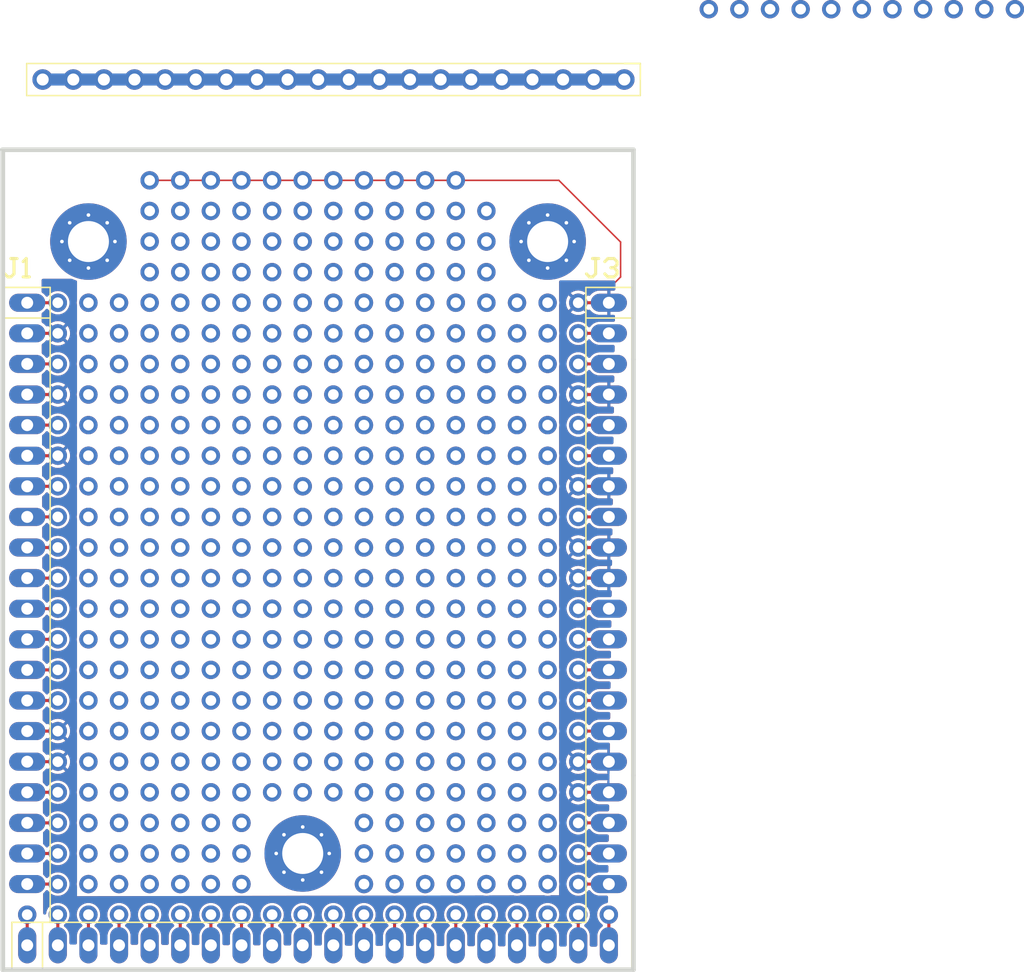
<source format=kicad_pcb>
(kicad_pcb (version 20221018) (generator pcbnew)
  (layers (0 "F.Cu" signal) (31 "B.Cu" signal) (34 "B.Paste" user) (35 "F.Paste" user) (36 "B.SilkS" user "B.Silkscreen") (37 "F.SilkS" user "F.Silkscreen") (38 "B.Mask" user) (39 "F.Mask" user) (44 "Edge.Cuts" user))
  (net 0 "")
  (net 1 "VCC")
  (net 2 "GND")
  (net 3 "Net-(J1-FILT_LP)")
  (net 5 "Net-(J1-CLKOUT)")
  (net 6 "Net-(J1-CLKIN)")
  (net 7 "GPI01")
  (net 8 "GPI02")
  (net 9 "GPI03")
  (net 10 "GPI04")
  (net 11 "RST")
  (net 12 "SCK")
  (net 13 "MISO")
  (net 14 "MOSI")
  (net 15 "PDIC")
  (net 26 "PDID")
  (net 30 "VBUS")
  (net 36 "LED1")
  (net 37 "LED2")
  (net 38 "LED3")
  (footprint "" (layer "F.Cu") (at 110.227011 -91.060846)
    (fp_text reference "")
    (fp_text value "")
  )
  (footprint "" (layer "F.Cu") (at 110.227011 -93.600846)
    (fp_text reference "")
    (fp_text value "")
  )
  (footprint "" (layer "F.Cu") (at 107.687011 -91.060846)
    (fp_text reference "")
    (fp_text value "")
  )
  (footprint "" (layer "F.Cu") (at 112.767011 -108.840846)
    (fp_text reference "")
    (fp_text value "")
  )
  (footprint "" (layer "F.Cu") (at 79.747011 -101.220846)
    (fp_text reference "")
    (fp_text value "")
  )
  (footprint "" (layer "F.Cu") (at 102.607011 -88.520846)
    (fp_text reference "")
    (fp_text value "")
  )
  (footprint "" (layer "F.Cu") (at 151.54 -128.13)
    (fp_text reference "")
    (fp_text value "")
  )
  (footprint "" (layer "F.Cu") (at 84.827011 -96.140846)
    (fp_text reference "")
    (fp_text value "")
  )
  (footprint "N76E003AT20:CONNECTED_PinHeader_1x20_P2.54mm_Vertical" (layer "F.Cu") (at 124.21 -122.29 -90)
    (fp_text reference "REF**" hide)
    (fp_text value "CONNECTED_PinHeader_1x20_P2.54mm_Vertical")
  )
  (footprint "" (layer "F.Cu") (at 82.287011 -63.120846)
    (fp_text reference "")
    (fp_text value "")
  )
  (footprint "" (layer "F.Cu") (at 102.607011 -93.600846)
    (fp_text reference "")
    (fp_text value "")
  )
  (footprint "" (layer "F.Cu") (at 117.847011 -75.820846)
    (fp_text reference "")
    (fp_text value "")
  )
  (footprint "" (layer "F.Cu") (at 107.687011 -55.500846)
    (fp_text reference "")
    (fp_text value "")
  )
  (footprint "" (layer "F.Cu") (at 115.307011 -75.820846)
    (fp_text reference "")
    (fp_text value "")
  )
  (footprint "" (layer "F.Cu") (at 115.307011 -103.760846)
    (fp_text reference "")
    (fp_text value "")
  )
  (footprint "" (layer "F.Cu") (at 79.747011 -68.200846)
    (fp_text reference "")
    (fp_text value "")
  )
  (footprint "" (layer "F.Cu") (at 84.827011 -60.580846)
    (fp_text reference "")
    (fp_text value "")
  )
  (footprint "" (layer "F.Cu") (at 105.147011 -83.440846)
    (fp_text reference "")
    (fp_text value "")
  )
  (footprint "" (layer "F.Cu") (at 112.767011 -111.380846)
    (fp_text reference "")
    (fp_text value "")
  )
  (footprint "" (layer "F.Cu") (at 82.287011 -65.660846)
    (fp_text reference "")
    (fp_text value "")
  )
  (footprint "" (layer "F.Cu") (at 94.987011 -88.520846)
    (fp_text reference "")
    (fp_text value "")
  )
  (footprint "" (layer "F.Cu") (at 100.067011 -106.300846)
    (fp_text reference "")
    (fp_text value "")
  )
  (footprint "" (layer "F.Cu") (at 100.067011 -98.680846)
    (fp_text reference "")
    (fp_text value "")
  )
  (footprint "" (layer "F.Cu") (at 117.847011 -96.140846)
    (fp_text reference "")
    (fp_text value "")
  )
  (footprint "" (layer "F.Cu") (at 79.747011 -75.820846)
    (fp_text reference "")
    (fp_text value "")
  )
  (footprint "" (layer "F.Cu") (at 105.147011 -65.660846)
    (fp_text reference "")
    (fp_text value "")
  )
  (footprint "" (layer "F.Cu") (at 112.767011 -73.280846)
    (fp_text reference "")
    (fp_text value "")
  )
  (footprint "" (layer "F.Cu") (at 92.447011 -101.220846)
    (fp_text reference "")
    (fp_text value "")
  )
  (footprint "" (layer "F.Cu") (at 105.147011 -111.380846)
    (fp_text reference "")
    (fp_text value "")
  )
  (footprint "" (layer "F.Cu") (at 89.907011 -98.680846)
    (fp_text reference "")
    (fp_text value "")
  )
  (footprint "" (layer "F.Cu") (at 79.747011 -103.760846)
    (fp_text reference "")
    (fp_text value "")
  )
  (footprint "" (layer "F.Cu") (at 89.907011 -93.600846)
    (fp_text reference "")
    (fp_text value "")
  )
  (footprint "" (layer "F.Cu") (at 94.987011 -63.120846)
    (fp_text reference "")
    (fp_text value "")
  )
  (footprint "" (layer "F.Cu") (at 133.76 -128.13)
    (fp_text reference "")
    (fp_text value "")
  )
  (footprint "" (layer "F.Cu") (at 92.447011 -78.360846)
    (fp_text reference "")
    (fp_text value "")
  )
  (footprint "" (layer "F.Cu") (at 100.067011 -85.980846)
    (fp_text reference "")
    (fp_text value "")
  )
  (footprint "" (layer "F.Cu") (at 82.287011 -68.200846)
    (fp_text reference "")
    (fp_text value "")
  )
  (footprint "" (layer "F.Cu") (at 102.607011 -63.120846)
    (fp_text reference "")
    (fp_text value "")
  )
  (footprint "" (layer "F.Cu") (at 94.987011 -85.980846)
    (fp_text reference "")
    (fp_text value "")
  )
  (footprint "" (layer "F.Cu") (at 97.527011 -103.760846)
    (fp_text reference "")
    (fp_text value "")
  )
  (footprint "" (layer "F.Cu") (at 102.607011 -55.500846)
    (fp_text reference "")
    (fp_text value "")
  )
  (footprint "" (layer "F.Cu") (at 115.307011 -65.660846)
    (fp_text reference "")
    (fp_text value "")
  )
  (footprint "" (layer "F.Cu") (at 110.227011 -58.040846)
    (fp_text reference "")
    (fp_text value "")
  )
  (footprint "" (layer "F.Cu") (at 117.847011 -91.060846)
    (fp_text reference "")
    (fp_text value "")
  )
  (footprint "" (layer "F.Cu") (at 89.907011 -78.360846)
    (fp_text reference "")
    (fp_text value "")
  )
  (footprint "" (layer "F.Cu") (at 87.367011 -60.580846)
    (fp_text reference "")
    (fp_text value "")
  )
  (footprint "" (layer "F.Cu") (at 97.527011 -63.120846)
    (fp_text reference "")
    (fp_text value "")
  )
  (footprint "" (layer "F.Cu") (at 97.527011 -108.840846)
    (fp_text reference "")
    (fp_text value "")
  )
  (footprint "" (layer "F.Cu") (at 107.687011 -58.040846)
    (fp_text reference "")
    (fp_text value "")
  )
  (footprint "" (layer "F.Cu") (at 82.287011 -60.580846)
    (fp_text reference "")
    (fp_text value "")
  )
  (footprint "" (layer "F.Cu") (at 89.907011 -70.740846)
    (fp_text reference "")
    (fp_text value "")
  )
  (footprint "" (layer "F.Cu") (at 107.687011 -88.520846)
    (fp_text reference "")
    (fp_text value "")
  )
  (footprint "" (layer "F.Cu") (at 107.687011 -106.300846)
    (fp_text reference "")
    (fp_text value "")
  )
  (footprint "" (layer "F.Cu") (at 102.607011 -80.900846)
    (fp_text reference "")
    (fp_text value "")
  )
  (footprint "" (layer "F.Cu") (at 102.607011 -101.220846)
    (fp_text reference "")
    (fp_text value "")
  )
  (footprint "" (layer "F.Cu") (at 97.527011 -96.140846)
    (fp_text reference "")
    (fp_text value "")
  )
  (footprint "" (layer "F.Cu") (at 79.747011 -60.580846)
    (fp_text reference "")
    (fp_text value "")
  )
  (footprint "" (layer "F.Cu") (at 79.747011 -55.500846)
    (fp_text reference "")
    (fp_text value "")
  )
  (footprint "" (layer "F.Cu") (at 82.287011 -55.500846)
    (fp_text reference "")
    (fp_text value "")
  )
  (footprint "" (layer "F.Cu") (at 89.907011 -83.440846)
    (fp_text reference "")
    (fp_text value "")
  )
  (footprint "" (layer "F.Cu") (at 107.687011 -85.980846)
    (fp_text reference "")
    (fp_text value "")
  )
  (footprint "" (layer "F.Cu") (at 89.907011 -85.980846)
    (fp_text reference "")
    (fp_text value "")
  )
  (footprint "" (layer "F.Cu") (at 117.847011 -85.980846)
    (fp_text reference "")
    (fp_text value "")
  )
  (footprint "" (layer "F.Cu") (at 84.827011 -111.380846)
    (fp_text reference "")
    (fp_text value "")
  )
  (footprint "" (layer "F.Cu") (at 84.827011 -101.220846)
    (fp_text reference "")
    (fp_text value "")
  )
  (footprint "" (layer "F.Cu") (at 84.827011 -70.740846)
    (fp_text reference "")
    (fp_text value "")
  )
  (footprint "" (layer "F.Cu") (at 105.147011 -106.300846)
    (fp_text reference "")
    (fp_text value "")
  )
  (footprint "" (layer "F.Cu") (at 87.367011 -63.120846)
    (fp_text reference "")
    (fp_text value "")
  )
  (footprint "" (layer "F.Cu") (at 100.067011 -103.760846)
    (fp_text reference "")
    (fp_text value "")
  )
  (footprint "" (layer "F.Cu") (at 79.747011 -70.740846)
    (fp_text reference "")
    (fp_text value "")
  )
  (footprint "" (layer "F.Cu") (at 100.067011 -93.600846)
    (fp_text reference "")
    (fp_text value "")
  )
  (footprint "" (layer "F.Cu") (at 100.067011 -63.120846)
    (fp_text reference "")
    (fp_text value "")
  )
  (footprint "" (layer "F.Cu") (at 100.067011 -96.140846)
    (fp_text reference "")
    (fp_text value "")
  )
  (footprint "" (layer "F.Cu") (at 94.987011 -83.440846)
    (fp_text reference "")
    (fp_text value "")
  )
  (footprint "" (layer "F.Cu") (at 112.767011 -63.120846)
    (fp_text reference "")
    (fp_text value "")
  )
  (footprint "" (layer "F.Cu") (at 79.747011 -85.980846)
    (fp_text reference "")
    (fp_text value "")
  )
  (footprint "" (layer "F.Cu") (at 107.687011 -83.440846)
    (fp_text reference "")
    (fp_text value "")
  )
  (footprint "" (layer "F.Cu") (at 112.767011 -91.060846)
    (fp_text reference "")
    (fp_text value "")
  )
  (footprint "" (layer "F.Cu") (at 115.307011 -91.060846)
    (fp_text reference "")
    (fp_text value "")
  )
  (footprint "" (layer "F.Cu") (at 105.147011 -63.120846)
    (fp_text reference "")
    (fp_text value "")
  )
  (footprint "" (layer "F.Cu") (at 82.287011 -93.600846)
    (fp_text reference "")
    (fp_text value "")
  )
  (footprint "" (layer "F.Cu") (at 112.767011 -80.900846)
    (fp_text reference "")
    (fp_text value "")
  )
  (footprint "" (layer "F.Cu") (at 92.447011 -55.500846)
    (fp_text reference "")
    (fp_text value "")
  )
  (footprint "" (layer "F.Cu") (at 84.827011 -108.840846)
    (fp_text reference "")
    (fp_text value "")
  )
  (footprint "" (layer "F.Cu") (at 94.987011 -91.060846)
    (fp_text reference "")
    (fp_text value "")
  )
  (footprint "" (layer "F.Cu") (at 100.067011 -113.920846)
    (fp_text reference "")
    (fp_text value "")
  )
  (footprint "" (layer "F.Cu") (at 110.227011 -78.360846)
    (fp_text reference "")
    (fp_text value "")
  )
  (footprint "" (layer "F.Cu") (at 117.847011 -55.500846)
    (fp_text reference "")
    (fp_text value "")
  )
  (footprint "" (layer "F.Cu") (at 102.607011 -73.280846)
    (fp_text reference "")
    (fp_text value "")
  )
  (footprint "" (layer "F.Cu") (at 89.907011 -103.760846)
    (fp_text reference "")
    (fp_text value "")
  )
  (footprint "" (layer "F.Cu") (at 149 -128.13)
    (fp_text reference "")
    (fp_text value "")
  )
  (footprint "" (layer "F.Cu") (at 94.987011 -96.140846)
    (fp_text reference "")
    (fp_text value "")
  )
  (footprint "" (layer "F.Cu") (at 112.767011 -83.440846)
    (fp_text reference "")
    (fp_text value "")
  )
  (footprint "" (layer "F.Cu") (at 107.687011 -103.760846)
    (fp_text reference "")
    (fp_text value "")
  )
  (footprint "" (layer "F.Cu") (at 97.527011 -65.660846)
    (fp_text reference "")
    (fp_text value "")
  )
  (footprint "" (layer "F.Cu") (at 102.607011 -60.580846)
    (fp_text reference "")
    (fp_text value "")
  )
  (footprint "" (layer "F.Cu") (at 102.607011 -106.300846)
    (fp_text reference "")
    (fp_text value "")
  )
  (footprint "" (layer "F.Cu") (at 84.827011 -80.900846)
    (fp_text reference "")
    (fp_text value "")
  )
  (footprint "" (layer "F.Cu") (at 117.847011 -68.200846)
    (fp_text reference "")
    (fp_text value "")
  )
  (footprint "" (layer "F.Cu") (at 92.447011 -73.280846)
    (fp_text reference "")
    (fp_text value "")
  )
  (footprint "" (layer "F.Cu") (at 97.527011 -68.200846)
    (fp_text reference "")
    (fp_text value "")
  )
  (footprint "" (layer "F.Cu") (at 112.767011 -58.040846)
    (fp_text reference "")
    (fp_text value "")
  )
  (footprint "" (layer "F.Cu") (at 97.527011 -93.600846)
    (fp_text reference "")
    (fp_text value "")
  )
  (footprint "" (layer "F.Cu") (at 97.527011 -85.980846)
    (fp_text reference "")
    (fp_text value "")
  )
  (footprint "" (layer "F.Cu") (at 100.067011 -68.200846)
    (fp_text reference "")
    (fp_text value "")
  )
  (footprint "" (layer "F.Cu") (at 87.367011 -108.840846)
    (fp_text reference "")
    (fp_text value "")
  )
  (footprint "" (layer "F.Cu") (at 100.067011 -88.520846)
    (fp_text reference "")
    (fp_text value "")
  )
  (footprint "" (layer "F.Cu") (at 117.847011 -93.600846)
    (fp_text reference "")
    (fp_text value "")
  )
  (footprint "" (layer "F.Cu") (at 102.607011 -83.440846)
    (fp_text reference "")
    (fp_text value "")
  )
  (footprint "" (layer "F.Cu") (at 87.367011 -103.760846)
    (fp_text reference "")
    (fp_text value "")
  )
  (footprint "" (layer "F.Cu") (at 115.307011 -93.600846)
    (fp_text reference "")
    (fp_text value "")
  )
  (footprint "" (layer "F.Cu") (at 92.447011 -88.520846)
    (fp_text reference "")
    (fp_text value "")
  )
  (footprint "" (layer "F.Cu") (at 102.607011 -85.980846)
    (fp_text reference "")
    (fp_text value "")
  )
  (footprint "" (layer "F.Cu") (at 94.987011 -101.220846)
    (fp_text reference "")
    (fp_text value "")
  )
  (footprint "" (layer "F.Cu") (at 87.367011 -101.220846)
    (fp_text reference "")
    (fp_text value "")
  )
  (footprint "" (layer "F.Cu") (at 97.527011 -83.440846)
    (fp_text reference "")
    (fp_text value "")
  )
  (footprint "" (layer "F.Cu") (at 115.307011 -101.220846)
    (fp_text reference "")
    (fp_text value "")
  )
  (footprint "" (layer "F.Cu") (at 105.147011 -113.920846)
    (fp_text reference "")
    (fp_text value "")
  )
  (footprint "" (layer "F.Cu") (at 89.907011 -106.300846)
    (fp_text reference "")
    (fp_text value "")
  )
  (footprint "" (layer "F.Cu") (at 87.367011 -106.300846)
    (fp_text reference "")
    (fp_text value "")
  )
  (footprint "" (layer "F.Cu") (at 146.46 -128.13)
    (fp_text reference "")
    (fp_text value "")
  )
  (footprint "" (layer "F.Cu") (at 84.827011 -68.200846)
    (fp_text reference "")
    (fp_text value "")
  )
  (footprint "" (layer "F.Cu") (at 105.147011 -96.140846)
    (fp_text reference "")
    (fp_text value "")
  )
  (footprint "" (layer "F.Cu") (at 107.687011 -60.580846)
    (fp_text reference "")
    (fp_text value "")
  )
  (footprint "" (layer "F.Cu") (at 92.447011 -111.380846)
    (fp_text reference "")
    (fp_text value "")
  )
  (footprint "" (layer "F.Cu") (at 92.447011 -75.820846)
    (fp_text reference "")
    (fp_text value "")
  )
  (footprint "" (layer "F.Cu") (at 82.287011 -85.980846)
    (fp_text reference "")
    (fp_text value "")
  )
  (footprint "" (layer "F.Cu") (at 110.227011 -111.380846)
    (fp_text reference "")
    (fp_text value "")
  )
  (footprint "" (layer "F.Cu") (at 79.747011 -83.440846)
    (fp_text reference "")
    (fp_text value "")
  )
  (footprint "" (layer "F.Cu") (at 107.687011 -78.360846)
    (fp_text reference "")
    (fp_text value "")
  )
  (footprint "" (layer "F.Cu") (at 87.367011 -80.900846)
    (fp_text reference "")
    (fp_text value "")
  )
  (footprint "" (layer "F.Cu") (at 82.287011 -103.760846)
    (fp_text reference "")
    (fp_text value "")
  )
  (footprint "" (layer "F.Cu") (at 82.287011 -91.060846)
    (fp_text reference "")
    (fp_text value "")
  )
  (footprint "" (layer "F.Cu") (at 94.987011 -65.660846)
    (fp_text reference "")
    (fp_text value "")
  )
  (footprint "" (layer "F.Cu") (at 115.307011 -63.120846)
    (fp_text reference "")
    (fp_text value "")
  )
  (footprint "" (layer "F.Cu") (at 92.447011 -91.060846)
    (fp_text reference "")
    (fp_text value "")
  )
  (footprint "" (layer "F.Cu") (at 110.227011 -75.820846)
    (fp_text reference "")
    (fp_text value "")
  )
  (footprint "" (layer "F.Cu") (at 107.687011 -80.900846)
    (fp_text reference "")
    (fp_text value "")
  )
  (footprint "" (layer "F.Cu") (at 112.767011 -65.660846)
    (fp_text reference "")
    (fp_text value "")
  )
  (footprint "" (layer "F.Cu") (at 110.227011 -73.280846)
    (fp_text reference "")
    (fp_text value "")
  )
  (footprint "" (layer "F.Cu") (at 87.367011 -58.040846)
    (fp_text reference "")
    (fp_text value "")
  )
  (footprint "" (layer "F.Cu") (at 84.827011 -93.600846)
    (fp_text reference "")
    (fp_text value "")
  )
  (footprint "" (layer "F.Cu") (at 112.767011 -60.580846)
    (fp_text reference "")
    (fp_text value "")
  )
  (footprint "" (layer "F.Cu") (at 110.227011 -68.200846)
    (fp_text reference "")
    (fp_text value "")
  )
  (footprint "" (layer "F.Cu") (at 107.687011 -65.660846)
    (fp_text reference "")
    (fp_text value "")
  )
  (footprint "" (layer "F.Cu") (at 84.827011 -106.300846)
    (fp_text reference "")
    (fp_text value "")
  )
  (footprint "" (layer "F.Cu") (at 84.827011 -78.360846)
    (fp_text reference "")
    (fp_text value "")
  )
  (footprint "" (layer "F.Cu") (at 84.827011 -88.520846)
    (fp_text reference "")
    (fp_text value "")
  )
  (footprint "" (layer "F.Cu") (at 97.527011 -80.900846)
    (fp_text reference "")
    (fp_text value "")
  )
  (footprint "" (layer "F.Cu") (at 105.147011 -88.520846)
    (fp_text reference "")
    (fp_text value "")
  )
  (footprint "" (layer "F.Cu") (at 100.067011 -78.360846)
    (fp_text reference "")
    (fp_text value "")
  )
  (footprint "" (layer "F.Cu") (at 110.227011 -85.980846)
    (fp_text reference "")
    (fp_text value "")
  )
  (footprint "" (layer "F.Cu") (at 92.447011 -65.660846)
    (fp_text reference "")
    (fp_text value "")
  )
  (footprint "" (layer "F.Cu") (at 89.907011 -96.140846)
    (fp_text reference "")
    (fp_text value "")
  )
  (footprint "" (layer "F.Cu") (at 102.607011 -108.840846)
    (fp_text reference "")
    (fp_text value "")
  )
  (footprint "" (layer "F.Cu") (at 112.767011 -88.520846)
    (fp_text reference "")
    (fp_text value "")
  )
  (footprint "" (layer "F.Cu") (at 92.447011 -96.140846)
    (fp_text reference "")
    (fp_text value "")
  )
  (footprint "" (layer "F.Cu") (at 84.827011 -103.760846)
    (fp_text reference "")
    (fp_text value "")
  )
  (footprint "" (layer "F.Cu") (at 97.527011 -91.060846)
    (fp_text reference "")
    (fp_text value "")
  )
  (footprint "" (layer "F.Cu") (at 110.227011 -96.140846)
    (fp_text reference "")
    (fp_text value "")
  )
  (footprint "" (layer "F.Cu") (at 143.92 -128.13)
    (fp_text reference "")
    (fp_text value "")
  )
  (footprint "" (layer "F.Cu") (at 89.907011 -113.920846)
    (fp_text reference "")
    (fp_text value "")
  )
  (footprint "" (layer "F.Cu") (at 117.847011 -83.440846)
    (fp_text reference "")
    (fp_text value "")
  )
  (footprint "" (layer "F.Cu") (at 105.147011 -55.500846)
    (fp_text reference "")
    (fp_text value "")
  )
  (footprint "" (layer "F.Cu") (at 87.367011 -85.980846)
    (fp_text reference "")
    (fp_text value "")
  )
  (footprint "" (layer "F.Cu") (at 84.827011 -113.920846)
    (fp_text reference "")
    (fp_text value "")
  )
  (footprint "" (layer "F.Cu") (at 89.907011 -88.520846)
    (fp_text reference "")
    (fp_text value "")
  )
  (footprint "" (layer "F.Cu") (at 94.987011 -93.600846)
    (fp_text reference "")
    (fp_text value "")
  )
  (footprint "" (layer "F.Cu") (at 97.527011 -73.280846)
    (fp_text reference "")
    (fp_text value "")
  )
  (footprint "" (layer "F.Cu") (at 89.907011 -58.040846)
    (fp_text reference "")
    (fp_text value "")
  )
  (footprint "" (layer "F.Cu") (at 79.747011 -96.140846)
    (fp_text reference "")
    (fp_text value "")
  )
  (footprint "" (layer "F.Cu") (at 87.367011 -91.060846)
    (fp_text reference "")
    (fp_text value "")
  )
  (footprint "" (layer "F.Cu") (at 87.367011 -55.500846)
    (fp_text reference "")
    (fp_text value "")
  )
  (footprint "" (layer "F.Cu") (at 131.22 -128.13)
    (fp_text reference "")
    (fp_text value "")
  )
  (footprint "" (layer "F.Cu") (at 97.527011 -88.520846)
    (fp_text reference "")
    (fp_text value "")
  )
  (footprint "" (layer "F.Cu") (at 117.847011 -78.360846)
    (fp_text reference "")
    (fp_text value "")
  )
  (footprint "" (layer "F.Cu") (at 97.527011 -113.920846)
    (fp_text reference "")
    (fp_text value "")
  )
  (footprint "" (layer "F.Cu") (at 102.607011 -113.920846)
    (fp_text reference "")
    (fp_text value "")
  )
  (footprint "" (layer "F.Cu") (at 107.687011 -70.740846)
    (fp_text reference "")
    (fp_text value "")
  )
  (footprint "" (layer "F.Cu") (at 117.847011 -65.660846)
    (fp_text reference "")
    (fp_text value "")
  )
  (footprint "" (layer "F.Cu") (at 82.287011 -96.140846)
    (fp_text reference "")
    (fp_text value "")
  )
  (footprint "" (layer "F.Cu") (at 107.687011 -101.220846)
    (fp_text reference "")
    (fp_text value "")
  )
  (footprint "" (layer "F.Cu") (at 94.987011 -111.380846)
    (fp_text reference "")
    (fp_text value "")
  )
  (footprint "" (layer "F.Cu") (at 92.447011 -58.040846)
    (fp_text reference "")
    (fp_text value "")
  )
  (footprint "" (layer "F.Cu") (at 102.607011 -58.040846)
    (fp_text reference "")
    (fp_text value "")
  )
  (footprint "" (layer "F.Cu") (at 102.607011 -78.360846)
    (fp_text reference "")
    (fp_text value "")
  )
  (footprint "" (layer "F.Cu") (at 107.687011 -93.600846)
    (fp_text reference "")
    (fp_text value "")
  )
  (footprint "" (layer "F.Cu") (at 94.987011 -68.200846)
    (fp_text reference "")
    (fp_text value "")
  )
  (footprint "" (layer "F.Cu") (at 79.747011 -58.040846)
    (fp_text reference "")
    (fp_text value "")
  )
  (footprint "" (layer "F.Cu") (at 107.687011 -111.380846)
    (fp_text reference "")
    (fp_text value "")
  )
  (footprint "" (layer "F.Cu") (at 100.067011 -73.280846)
    (fp_text reference "")
    (fp_text value "")
  )
  (footprint "" (layer "F.Cu") (at 82.287011 -78.360846)
    (fp_text reference "")
    (fp_text value "")
  )
  (footprint "" (layer "F.Cu") (at 154.08 -128.13)
    (fp_text reference "")
    (fp_text value "")
  )
  (footprint "" (layer "F.Cu") (at 117.847011 -103.760846)
    (fp_text reference "")
    (fp_text value "")
  )
  (footprint "" (layer "F.Cu") (at 84.827011 -91.060846)
    (fp_text reference "")
    (fp_text value "")
  )
  (footprint "" (layer "F.Cu") (at 102.607011 -111.380846)
    (fp_text reference "")
    (fp_text value "")
  )
  (footprint "" (layer "F.Cu") (at 102.607011 -96.140846)
    (fp_text reference "")
    (fp_text value "")
  )
  (footprint "" (layer "F.Cu") (at 100.067011 -75.820846)
    (fp_text reference "")
    (fp_text value "")
  )
  (footprint "" (layer "F.Cu") (at 115.307011 -80.900846)
    (fp_text reference "")
    (fp_text value "")
  )
  (footprint "" (layer "F.Cu") (at 92.447011 -106.300846)
    (fp_text reference "")
    (fp_text value "")
  )
  (footprint "" (layer "F.Cu") (at 92.447011 -108.840846)
    (fp_text reference "")
    (fp_text value "")
  )
  (footprint "" (layer "F.Cu") (at 110.227011 -88.520846)
    (fp_text reference "")
    (fp_text value "")
  )
  (footprint "" (layer "F.Cu") (at 115.307011 -88.520846)
    (fp_text reference "")
    (fp_text value "")
  )
  (footprint "" (layer "F.Cu") (at 115.307011 -60.580846)
    (fp_text reference "")
    (fp_text value "")
  )
  (footprint "" (layer "F.Cu") (at 107.687011 -108.840846)
    (fp_text reference "")
    (fp_text value "")
  )
  (footprint "" (layer "F.Cu") (at 110.227011 -113.920846)
    (fp_text reference "")
    (fp_text value "")
  )
  (footprint "" (layer "F.Cu") (at 105.147011 -58.040846)
    (fp_text reference "")
    (fp_text value "")
  )
  (footprint "" (layer "F.Cu") (at 89.907011 -68.200846)
    (fp_text reference "")
    (fp_text value "")
  )
  (footprint "" (layer "F.Cu") (at 87.367011 -96.140846)
    (fp_text reference "")
    (fp_text value "")
  )
  (footprint "" (layer "F.Cu") (at 115.307011 -85.980846)
    (fp_text reference "")
    (fp_text value "")
  )
  (footprint "" (layer "F.Cu") (at 97.527011 -98.680846)
    (fp_text reference "")
    (fp_text value "")
  )
  (footprint "" (layer "F.Cu") (at 100.067011 -101.220846)
    (fp_text reference "")
    (fp_text value "")
  )
  (footprint "" (layer "F.Cu") (at 110.227011 -101.220846)
    (fp_text reference "")
    (fp_text value "")
  )
  (footprint "" (layer "F.Cu") (at 112.767011 -70.740846)
    (fp_text reference "")
    (fp_text value "")
  )
  (footprint "" (layer "F.Cu") (at 92.447011 -80.900846)
    (fp_text reference "")
    (fp_text value "")
  )
  (footprint "" (layer "F.Cu") (at 92.447011 -98.680846)
    (fp_text reference "")
    (fp_text value "")
  )
  (footprint "" (layer "F.Cu") (at 87.367011 -75.820846)
    (fp_text reference "")
    (fp_text value "")
  )
  (footprint "" (layer "F.Cu") (at 105.147011 -98.680846)
    (fp_text reference "")
    (fp_text value "")
  )
  (footprint "" (layer "F.Cu") (at 94.987011 -103.760846)
    (fp_text reference "")
    (fp_text value "")
  )
  (footprint "" (layer "F.Cu") (at 112.767011 -103.760846)
    (fp_text reference "")
    (fp_text value "")
  )
  (footprint "" (layer "F.Cu") (at 100.067011 -80.900846)
    (fp_text reference "")
    (fp_text value "")
  )
  (footprint "" (layer "F.Cu") (at 100.067011 -111.380846)
    (fp_text reference "")
    (fp_text value "")
  )
  (footprint "" (layer "F.Cu") (at 84.827011 -63.120846)
    (fp_text reference "")
    (fp_text value "")
  )
  (footprint "" (layer "F.Cu") (at 110.227011 -108.840846)
    (fp_text reference "")
    (fp_text value "")
  )
  (footprint "" (layer "F.Cu") (at 79.747011 -91.060846)
    (fp_text reference "")
    (fp_text value "")
  )
  (footprint "" (layer "F.Cu") (at 110.227011 -65.660846)
    (fp_text reference "")
    (fp_text value "")
  )
  (footprint "" (layer "F.Cu") (at 92.447011 -68.200846)
    (fp_text reference "")
    (fp_text value "")
  )
  (footprint "" (layer "F.Cu") (at 110.227011 -83.440846)
    (fp_text reference "")
    (fp_text value "")
  )
  (footprint "" (layer "F.Cu") (at 87.367011 -73.280846)
    (fp_text reference "")
    (fp_text value "")
  )
  (footprint "" (layer "F.Cu") (at 87.367011 -113.920846)
    (fp_text reference "")
    (fp_text value "")
  )
  (footprint "" (layer "F.Cu") (at 110.227011 -80.900846)
    (fp_text reference "")
    (fp_text value "")
  )
  (footprint "" (layer "F.Cu") (at 115.307011 -78.360846)
    (fp_text reference "")
    (fp_text value "")
  )
  (footprint "" (layer "F.Cu") (at 105.147011 -75.820846)
    (fp_text reference "")
    (fp_text value "")
  )
  (footprint "" (layer "F.Cu") (at 94.987011 -80.900846)
    (fp_text reference "")
    (fp_text value "")
  )
  (footprint "" (layer "F.Cu") (at 94.987011 -70.740846)
    (fp_text reference "")
    (fp_text value "")
  )
  (footprint "" (layer "F.Cu") (at 105.147011 -70.740846)
    (fp_text reference "")
    (fp_text value "")
  )
  (footprint "" (layer "F.Cu") (at 87.367011 -98.680846)
    (fp_text reference "")
    (fp_text value "")
  )
  (footprint "" (layer "F.Cu") (at 117.847011 -88.520846)
    (fp_text reference "")
    (fp_text value "")
  )
  (footprint "" (layer "F.Cu") (at 92.447011 -63.120846)
    (fp_text reference "")
    (fp_text value "")
  )
  (footprint "" (layer "F.Cu") (at 79.747011 -80.900846)
    (fp_text reference "")
    (fp_text value "")
  )
  (footprint "" (layer "F.Cu") (at 102.607011 -75.820846)
    (fp_text reference "")
    (fp_text value "")
  )
  (footprint "" (layer "F.Cu") (at 92.447011 -83.440846)
    (fp_text reference "")
    (fp_text value "")
  )
  (footprint "" (layer "F.Cu") (at 82.287011 -73.280846)
    (fp_text reference "")
    (fp_text value "")
  )
  (footprint "" (layer "F.Cu") (at 115.307011 -96.140846)
    (fp_text reference "")
    (fp_text value "")
  )
  (footprint "" (layer "F.Cu") (at 79.747011 -78.360846)
    (fp_text reference "")
    (fp_text value "")
  )
  (footprint "" (layer "F.Cu") (at 107.687011 -113.920846)
    (fp_text reference "")
    (fp_text value "")
  )
  (footprint "" (layer "F.Cu") (at 94.987011 -106.300846)
    (fp_text reference "")
    (fp_text value "")
  )
  (footprint "" (layer "F.Cu") (at 79.747011 -73.280846)
    (fp_text reference "")
    (fp_text value "")
  )
  (footprint "" (layer "F.Cu") (at 110.227011 -55.500846)
    (fp_text reference "")
    (fp_text value "")
  )
  (footprint "" (layer "F.Cu") (at 79.747011 -88.520846)
    (fp_text reference "")
    (fp_text value "")
  )
  (footprint "" (layer "F.Cu") (at 89.907011 -65.660846)
    (fp_text reference "")
    (fp_text value "")
  )
  (footprint "" (layer "F.Cu") (at 117.847011 -98.680846)
    (fp_text reference "")
    (fp_text value "")
  )
  (footprint "" (layer "F.Cu") (at 105.147011 -85.980846)
    (fp_text reference "")
    (fp_text value "")
  )
  (footprint "" (layer "F.Cu") (at 97.527011 -78.360846)
    (fp_text reference "")
    (fp_text value "")
  )
  (footprint "" (layer "F.Cu") (at 87.367011 -88.520846)
    (fp_text reference "")
    (fp_text value "")
  )
  (footprint "" (layer "F.Cu") (at 87.367011 -65.660846)
    (fp_text reference "")
    (fp_text value "")
  )
  (footprint "" (layer "F.Cu") (at 112.767011 -101.220846)
    (fp_text reference "")
    (fp_text value "")
  )
  (footprint "" (layer "F.Cu") (at 156.62 -128.13)
    (fp_text reference "")
    (fp_text value "")
  )
  (footprint "" (layer "F.Cu") (at 115.307011 -83.440846)
    (fp_text reference "")
    (fp_text value "")
  )
  (footprint "" (layer "F.Cu") (at 117.847011 -58.040846)
    (fp_text reference "")
    (fp_text value "")
  )
  (footprint "" (layer "F.Cu") (at 97.527011 -106.300846)
    (fp_text reference "")
    (fp_text value "")
  )
  (footprint "" (layer "F.Cu") (at 112.767011 -78.360846)
    (fp_text reference "")
    (fp_text value "")
  )
  (footprint "" (layer "F.Cu") (at 110.227011 -63.120846)
    (fp_text reference "")
    (fp_text value "")
  )
  (footprint "" (layer "F.Cu") (at 107.687011 -96.140846)
    (fp_text reference "")
    (fp_text value "")
  )
  (footprint "" (layer "F.Cu") (at 102.607011 -103.760846)
    (fp_text reference "")
    (fp_text value "")
  )
  (footprint "" (layer "F.Cu") (at 105.147011 -108.840846)
    (fp_text reference "")
    (fp_text value "")
  )
  (footprint "" (layer "F.Cu") (at 115.307011 -70.740846)
    (fp_text reference "")
    (fp_text value "")
  )
  (footprint "" (layer "F.Cu") (at 115.307011 -55.500846)
    (fp_text reference "")
    (fp_text value "")
  )
  (footprint "" (layer "F.Cu") (at 89.907011 -73.280846)
    (fp_text reference "")
    (fp_text value "")
  )
  (footprint "" (layer "F.Cu") (at 84.827011 -83.440846)
    (fp_text reference "")
    (fp_text value "")
  )
  (footprint "" (layer "F.Cu") (at 94.987011 -108.840846)
    (fp_text reference "")
    (fp_text value "")
  )
  (footprint "" (layer "F.Cu") (at 100.067011 -91.060846)
    (fp_text reference "")
    (fp_text value "")
  )
  (footprint "" (layer "F.Cu") (at 100.067011 -83.440846)
    (fp_text reference "")
    (fp_text value "")
  )
  (footprint "" (layer "F.Cu") (at 89.907011 -80.900846)
    (fp_text reference "")
    (fp_text value "")
  )
  (footprint "" (layer "F.Cu") (at 102.607011 -65.660846)
    (fp_text reference "")
    (fp_text value "")
  )
  (footprint "" (layer "F.Cu") (at 110.227011 -106.300846)
    (fp_text reference "")
    (fp_text value "")
  )
  (footprint "" (layer "F.Cu") (at 87.367011 -111.380846)
    (fp_text reference "")
    (fp_text value "")
  )
  (footprint "" (layer "F.Cu") (at 79.747011 -98.680846)
    (fp_text reference "")
    (fp_text value "")
  )
  (footprint "" (layer "F.Cu") (at 92.447011 -85.980846)
    (fp_text reference "")
    (fp_text value "")
  )
  (footprint "" (layer "F.Cu") (at 110.227011 -98.680846)
    (fp_text reference "")
    (fp_text value "")
  )
  (footprint "" (layer "F.Cu") (at 84.827011 -75.820846)
    (fp_text reference "")
    (fp_text value "")
  )
  (footprint "" (layer "F.Cu") (at 110.227011 -70.740846)
    (fp_text reference "")
    (fp_text value "")
  )
  (footprint "" (layer "F.Cu") (at 105.147011 -103.760846)
    (fp_text reference "")
    (fp_text value "")
  )
  (footprint "" (layer "F.Cu") (at 107.687011 -73.280846)
    (fp_text reference "")
    (fp_text value "")
  )
  (footprint "" (layer "F.Cu") (at 100.067011 -108.840846)
    (fp_text reference "")
    (fp_text value "")
  )
  (footprint "" (layer "F.Cu") (at 115.307011 -73.280846)
    (fp_text reference "")
    (fp_text value "")
  )
  (footprint "" (layer "F.Cu") (at 82.287011 -80.900846)
    (fp_text reference "")
    (fp_text value "")
  )
  (footprint "" (layer "F.Cu") (at 82.287011 -88.520846)
    (fp_text reference "")
    (fp_text value "")
  )
  (footprint "" (layer "F.Cu") (at 112.767011 -75.820846)
    (fp_text reference "")
    (fp_text value "")
  )
  (footprint "" (layer "F.Cu") (at 82.287011 -83.440846)
    (fp_text reference "")
    (fp_text value "")
  )
  (footprint "" (layer "F.Cu") (at 105.147011 -78.360846)
    (fp_text reference "")
    (fp_text value "")
  )
  (footprint "" (layer "F.Cu") (at 112.767011 -93.600846)
    (fp_text reference "")
    (fp_text value "")
  )
  (footprint "" (layer "F.Cu") (at 84.827011 -55.500846)
    (fp_text reference "")
    (fp_text value "")
  )
  (footprint "" (layer "F.Cu") (at 84.827011 -58.040846)
    (fp_text reference "")
    (fp_text value "")
  )
  (footprint "" (layer "F.Cu") (at 84.827011 -98.680846)
    (fp_text reference "")
    (fp_text value "")
  )
  (footprint "" (layer "F.Cu") (at 112.767011 -85.980846)
    (fp_text reference "")
    (fp_text value "")
  )
  (footprint "" (layer "F.Cu") (at 92.447011 -70.740846)
    (fp_text reference "")
    (fp_text value "")
  )
  (footprint "" (layer "F.Cu") (at 89.907011 -108.840846)
    (fp_text reference "")
    (fp_text value "")
  )
  (footprint "" (layer "F.Cu") (at 87.367011 -83.440846)
    (fp_text reference "")
    (fp_text value "")
  )
  (footprint "" (layer "F.Cu") (at 100.067011 -65.660846)
    (fp_text reference "")
    (fp_text value "")
  )
  (footprint "" (layer "F.Cu") (at 87.367011 -70.740846)
    (fp_text reference "")
    (fp_text value "")
  )
  (footprint "" (layer "F.Cu") (at 102.607011 -91.060846)
    (fp_text reference "")
    (fp_text value "")
  )
  (footprint "" (layer "F.Cu") (at 97.527011 -70.740846)
    (fp_text reference "")
    (fp_text value "")
  )
  (footprint "" (layer "F.Cu") (at 112.767011 -68.200846)
    (fp_text reference "")
    (fp_text value "")
  )
  (footprint "" (layer "F.Cu") (at 87.367011 -78.360846)
    (fp_text reference "")
    (fp_text value "")
  )
  (footprint "" (layer "F.Cu") (at 112.767011 -98.680846)
    (fp_text reference "")
    (fp_text value "")
  )
  (footprint "" (layer "F.Cu") (at 87.367011 -93.600846)
    (fp_text reference "")
    (fp_text value "")
  )
  (footprint "" (layer "F.Cu") (at 117.847011 -60.580846)
    (fp_text reference "")
    (fp_text value "")
  )
  (footprint "" (layer "F.Cu") (at 117.847011 -70.740846)
    (fp_text reference "")
    (fp_text value "")
  )
  (footprint "" (layer "F.Cu") (at 82.287011 -70.740846)
    (fp_text reference "")
    (fp_text value "")
  )
  (footprint "" (layer "F.Cu") (at 92.447011 -93.600846)
    (fp_text reference "")
    (fp_text value "")
  )
  (footprint "" (layer "F.Cu") (at 89.907011 -75.820846)
    (fp_text reference "")
    (fp_text value "")
  )
  (footprint "" (layer "F.Cu") (at 79.747011 -65.660846)
    (fp_text reference "")
    (fp_text value "")
  )
  (footprint "" (layer "F.Cu") (at 115.307011 -68.200846)
    (fp_text reference "")
    (fp_text value "")
  )
  (footprint "" (layer "F.Cu") (at 117.847011 -80.900846)
    (fp_text reference "")
    (fp_text value "")
  )
  (footprint "" (layer "F.Cu") (at 89.907011 -55.500846)
    (fp_text reference "")
    (fp_text value "")
  )
  (footprint "" (layer "F.Cu") (at 94.987011 -113.920846)
    (fp_text reference "")
    (fp_text value "")
  )
  (footprint "" (layer "F.Cu") (at 105.147011 -73.280846)
    (fp_text reference "")
    (fp_text value "")
  )
  (footprint "" (layer "F.Cu") (at 115.307011 -58.040846)
    (fp_text reference "")
    (fp_text value "")
  )
  (footprint "" (layer "F.Cu") (at 105.147011 -101.220846)
    (fp_text reference "")
    (fp_text value "")
  )
  (footprint "" (layer "F.Cu") (at 110.227011 -60.580846)
    (fp_text reference "")
    (fp_text value "")
  )
  (footprint "" (layer "F.Cu") (at 84.827011 -73.280846)
    (fp_text reference "")
    (fp_text value "")
  )
  (footprint "" (layer "F.Cu") (at 107.687011 -98.680846)
    (fp_text reference "")
    (fp_text value "")
  )
  (footprint "" (layer "F.Cu") (at 92.447011 -113.920846)
    (fp_text reference "")
    (fp_text value "")
  )
  (footprint "" (layer "F.Cu") (at 84.827011 -85.980846)
    (fp_text reference "")
    (fp_text value "")
  )
  (footprint "" (layer "F.Cu") (at 79.747011 -63.120846)
    (fp_text reference "")
    (fp_text value "")
  )
  (footprint "" (layer "F.Cu") (at 102.607011 -98.680846)
    (fp_text reference "")
    (fp_text value "")
  )
  (footprint "" (layer "F.Cu") (at 87.367011 -68.200846)
    (fp_text reference "")
    (fp_text value "")
  )
  (footprint "" (layer "F.Cu") (at 107.687011 -75.820846)
    (fp_text reference "")
    (fp_text value "")
  )
  (footprint "" (layer "F.Cu") (at 112.767011 -106.300846)
    (fp_text reference "")
    (fp_text value "")
  )
  (footprint "" (layer "F.Cu") (at 117.847011 -63.120846)
    (fp_text reference "")
    (fp_text value "")
  )
  (footprint "" (layer "F.Cu") (at 97.527011 -75.820846)
    (fp_text reference "")
    (fp_text value "")
  )
  (footprint "" (layer "F.Cu") (at 100.067011 -70.740846)
    (fp_text reference "")
    (fp_text value "")
  )
  (footprint "" (layer "F.Cu") (at 112.767011 -55.500846)
    (fp_text reference "")
    (fp_text value "")
  )
  (footprint "" (layer "F.Cu") (at 97.527011 -101.220846)
    (fp_text reference "")
    (fp_text value "")
  )
  (footprint "" (layer "F.Cu") (at 110.227011 -103.760846)
    (fp_text reference "")
    (fp_text value "")
  )
  (footprint "" (layer "F.Cu") (at 115.307011 -98.680846)
    (fp_text reference "")
    (fp_text value "")
  )
  (footprint "" (layer "F.Cu") (at 89.907011 -111.380846)
    (fp_text reference "")
    (fp_text value "")
  )
  (footprint "" (layer "F.Cu") (at 105.147011 -93.600846)
    (fp_text reference "")
    (fp_text value "")
  )
  (footprint "" (layer "F.Cu") (at 82.287011 -58.040846)
    (fp_text reference "")
    (fp_text value "")
  )
  (footprint "" (layer "F.Cu") (at 84.827011 -65.660846)
    (fp_text reference "")
    (fp_text value "")
  )
  (footprint "" (layer "F.Cu") (at 105.147011 -68.200846)
    (fp_text reference "")
    (fp_text value "")
  )
  (footprint "" (layer "F.Cu") (at 107.687011 -68.200846)
    (fp_text reference "")
    (fp_text value "")
  )
  (footprint "" (layer "F.Cu") (at 117.847011 -73.280846)
    (fp_text reference "")
    (fp_text value "")
  )
  (footprint "" (layer "F.Cu") (at 136.3 -128.13)
    (fp_text reference "")
    (fp_text value "")
  )
  (footprint "" (layer "F.Cu") (at 141.38 -128.13)
    (fp_text reference "")
    (fp_text value "")
  )
  (footprint "" (layer "F.Cu") (at 102.607011 -70.740846)
    (fp_text reference "")
    (fp_text value "")
  )
  (footprint "" (layer "F.Cu") (at 92.447011 -103.760846)
    (fp_text reference "")
    (fp_text value "")
  )
  (footprint "" (layer "F.Cu") (at 105.147011 -91.060846)
    (fp_text reference "")
    (fp_text value "")
  )
  (footprint "" (layer "F.Cu") (at 94.987011 -78.360846)
    (fp_text reference "")
    (fp_text value "")
  )
  (footprint "" (layer "F.Cu") (at 94.987011 -75.820846)
    (fp_text reference "")
    (fp_text value "")
  )
  (footprint "" (layer "F.Cu") (at 92.447011 -60.580846)
    (fp_text reference "")
    (fp_text value "")
  )
  (footprint "" (layer "F.Cu") (at 79.747011 -93.600846)
    (fp_text reference "")
    (fp_text value "")
  )
  (footprint "" (layer "F.Cu") (at 117.847011 -101.220846)
    (fp_text reference "")
    (fp_text value "")
  )
  (footprint "" (layer "F.Cu") (at 138.84 -128.13)
    (fp_text reference "")
    (fp_text value "")
  )
  (footprint "" (layer "F.Cu") (at 82.287011 -98.680846)
    (fp_text reference "")
    (fp_text value "")
  )
  (footprint "" (layer "F.Cu") (at 82.287011 -75.820846)
    (fp_text reference "")
    (fp_text value "")
  )
  (footprint "" (layer "F.Cu") (at 89.907011 -63.120846)
    (fp_text reference "")
    (fp_text value "")
  )
  (footprint "chipwhisperer:CW308T_CONNBOARD" (layer "F.Cu") (at 74.667011 -103.760846)
    (fp_text reference "J1" hide)
    (fp_text value "CW308T_CONNBOARD" hide)
  )
  (footprint "" (layer "F.Cu") (at 112.767011 -96.140846)
    (fp_text reference "")
    (fp_text value "")
  )
  (footprint "" (layer "F.Cu") (at 105.147011 -60.580846)
    (fp_text reference "")
    (fp_text value "")
  )
  (footprint "" (layer "F.Cu") (at 102.607011 -68.200846)
    (fp_text reference "")
    (fp_text value "")
  )
  (footprint "" (layer "F.Cu") (at 107.687011 -63.120846)
    (fp_text reference "")
    (fp_text value "")
  )
  (footprint "" (layer "F.Cu") (at 89.907011 -60.580846)
    (fp_text reference "")
    (fp_text value "")
  )
  (footprint "" (layer "F.Cu") (at 94.987011 -73.280846)
    (fp_text reference "")
    (fp_text value "")
  )
  (footprint "" (layer "F.Cu") (at 94.987011 -98.680846)
    (fp_text reference "")
    (fp_text value "")
  )
  (footprint "" (layer "F.Cu") (at 97.527011 -111.380846)
    (fp_text reference "")
    (fp_text value "")
  )
  (footprint "" (layer "F.Cu") (at 89.907011 -91.060846)
    (fp_text reference "")
    (fp_text value "")
  )
  (footprint "" (layer "F.Cu") (at 105.147011 -80.900846)
    (fp_text reference "")
    (fp_text value "")
  )
  (footprint "" (layer "F.Cu") (at 89.907011 -101.220846)
    (fp_text reference "")
    (fp_text value "")
  )
  (footprint "" (layer "F.Cu") (at 82.287011 -101.220846)
    (fp_text reference "")
    (fp_text value "")
  )
  (gr_line (start 97.527011 -50.420846) (end 97.527011 -52.960846) (stroke (width 0.254)) (layer "F.Cu"))
  (gr_line (start 120.387011 -75.820846) (end 122.927011 -75.820846) (stroke (width 0.254)) (layer "F.Cu"))
  (gr_line (start 120.387011 -103.760846) (end 122.927011 -103.760846) (stroke (width 0.254)) (layer "F.Cu"))
  (gr_line (start 120.387011 -85.980846) (end 122.927011 -85.980846) (stroke (width 0.254)) (layer "F.Cu"))
  (gr_line (start 120.387011 -63.120846) (end 122.927011 -63.120846) (stroke (width 0.254)) (layer "F.Cu"))
  (gr_line (start 74.667011 -96.140846) (end 77.207011 -96.140846) (stroke (width 0.254)) (layer "F.Cu"))
  (gr_line (start 94.987011 -50.420846) (end 94.987011 -52.960846) (stroke (width 0.254)) (layer "F.Cu"))
  (gr_line (start 74.667011 -73.280846) (end 77.207011 -73.280846) (stroke (width 0.254)) (layer "F.Cu"))
  (gr_line (start 74.667011 -80.900846) (end 77.207011 -80.900846) (stroke (width 0.254)) (layer "F.Cu"))
  (gr_line (start 74.667011 -68.200846) (end 77.207011 -68.200846) (stroke (width 0.254)) (layer "F.Cu"))
  (gr_line (start 74.667011 -93.600846) (end 77.207011 -93.600846) (stroke (width 0.254)) (layer "F.Cu"))
  (gr_line (start 122.927011 -50.420846) (end 122.927011 -52.960846) (stroke (width 0.254)) (layer "F.Cu"))
  (gr_line (start 74.667011 -55.500846) (end 77.207011 -55.500846) (stroke (width 0.254)) (layer "F.Cu"))
  (gr_line (start 82.287011 -50.420846) (end 82.287011 -52.960846) (stroke (width 0.254)) (layer "F.Cu"))
  (gr_line (start 74.667011 -60.580846) (end 77.207011 -60.580846) (stroke (width 0.254)) (layer "F.Cu"))
  (gr_line (start 74.667011 -103.760846) (end 77.207011 -103.760846) (stroke (width 0.254)) (layer "F.Cu"))
  (gr_line (start 74.667011 -65.660846) (end 77.207011 -65.660846) (stroke (width 0.254)) (layer "F.Cu"))
  (gr_line (start 120.387011 -60.580846) (end 122.927011 -60.580846) (stroke (width 0.254)) (layer "F.Cu"))
  (gr_line (start 110.227011 -50.420846) (end 110.227011 -52.960846) (stroke (width 0.254)) (layer "F.Cu"))
  (gr_line (start 120.387011 -93.600846) (end 122.927011 -93.600846) (stroke (width 0.254)) (layer "F.Cu"))
  (gr_line (start 120.387011 -55.500846) (end 122.927011 -55.500846) (stroke (width 0.254)) (layer "F.Cu"))
  (gr_line (start 92.447011 -50.420846) (end 92.447011 -52.960846) (stroke (width 0.254)) (layer "F.Cu"))
  (gr_line (start 112.767011 -50.420846) (end 112.767011 -52.960846) (stroke (width 0.254)) (layer "F.Cu"))
  (gr_line (start 120.387011 -78.360846) (end 122.927011 -78.360846) (stroke (width 0.254)) (layer "F.Cu"))
  (gr_line (start 115.307011 -50.420846) (end 115.307011 -52.960846) (stroke (width 0.254)) (layer "F.Cu"))
  (gr_line (start 87.367011 -50.420846) (end 87.367011 -52.960846) (stroke (width 0.254)) (layer "F.Cu"))
  (gr_line (start 120.387011 -83.440846) (end 122.927011 -83.440846) (stroke (width 0.254)) (layer "F.Cu"))
  (gr_line (start 74.667011 -98.680846) (end 77.207011 -98.680846) (stroke (width 0.254)) (layer "F.Cu"))
  (gr_line (start 74.667011 -85.980846) (end 77.207011 -85.980846) (stroke (width 0.254)) (layer "F.Cu"))
  (gr_line (start 74.667011 -75.820846) (end 77.207011 -75.820846) (stroke (width 0.254)) (layer "F.Cu"))
  (gr_line (start 120.387011 -98.680846) (end 122.927011 -98.680846) (stroke (width 0.254)) (layer "F.Cu"))
  (gr_line (start 120.387011 -101.220846) (end 122.927011 -101.220846) (stroke (width 0.254)) (layer "F.Cu"))
  (gr_line (start 120.387011 -88.520846) (end 122.927011 -88.520846) (stroke (width 0.254)) (layer "F.Cu"))
  (gr_line (start 120.387011 -58.040846) (end 122.927011 -58.040846) (stroke (width 0.254)) (layer "F.Cu"))
  (gr_line (start 74.667011 -78.360846) (end 77.207011 -78.360846) (stroke (width 0.254)) (layer "F.Cu"))
  (gr_line (start 120.387011 -50.420846) (end 120.387011 -52.960846) (stroke (width 0.254)) (layer "F.Cu"))
  (gr_line (start 120.387011 -80.900846) (end 122.927011 -80.900846) (stroke (width 0.254)) (layer "F.Cu"))
  (gr_line (start 74.667011 -63.120846) (end 77.207011 -63.120846) (stroke (width 0.254)) (layer "F.Cu"))
  (gr_line (start 77.207011 -50.420846) (end 77.207011 -52.960846) (stroke (width 0.254)) (layer "F.Cu"))
  (gr_line (start 100.067011 -50.420846) (end 100.067011 -52.960846) (stroke (width 0.254)) (layer "F.Cu"))
  (gr_line (start 120.387011 -70.740846) (end 122.927011 -70.740846) (stroke (width 0.254)) (layer "F.Cu"))
  (gr_line (start 79.747011 -50.420846) (end 79.747011 -52.960846) (stroke (width 0.254)) (layer "F.Cu"))
  (gr_line (start 117.847011 -50.420846) (end 117.847011 -52.960846) (stroke (width 0.254)) (layer "F.Cu"))
  (gr_line (start 120.387011 -73.280846) (end 122.927011 -73.280846) (stroke (width 0.254)) (layer "F.Cu"))
  (gr_line (start 105.147011 -50.420846) (end 105.147011 -52.960846) (stroke (width 0.254)) (layer "F.Cu"))
  (gr_line (start 74.667011 -50.420846) (end 74.667011 -52.960846) (stroke (width 0.254)) (layer "F.Cu"))
  (gr_line (start 120.387011 -91.060846) (end 122.927011 -91.060846) (stroke (width 0.254)) (layer "F.Cu"))
  (gr_line (start 74.667011 -70.740846) (end 77.207011 -70.740846) (stroke (width 0.254)) (layer "F.Cu"))
  (gr_line (start 74.667011 -91.060846) (end 77.207011 -91.060846) (stroke (width 0.254)) (layer "F.Cu"))
  (gr_line (start 84.827011 -50.420846) (end 84.827011 -52.960846) (stroke (width 0.254)) (layer "F.Cu"))
  (gr_line (start 102.607011 -50.420846) (end 102.607011 -52.960846) (stroke (width 0.254)) (layer "F.Cu"))
  (gr_line (start 74.667011 -58.040846) (end 77.207011 -58.040846) (stroke (width 0.254)) (layer "F.Cu"))
  (gr_line (start 74.667011 -101.220846) (end 77.207011 -101.220846) (stroke (width 0.254)) (layer "F.Cu"))
  (gr_line (start 107.687011 -50.420846) (end 107.687011 -52.960846) (stroke (width 0.254)) (layer "F.Cu"))
  (gr_line (start 74.667011 -88.520846) (end 77.207011 -88.520846) (stroke (width 0.254)) (layer "F.Cu"))
  (gr_line (start 120.387011 -65.660846) (end 122.927011 -65.660846) (stroke (width 0.254)) (layer "F.Cu"))
  (gr_line (start 74.667011 -83.440846) (end 77.207011 -83.440846) (stroke (width 0.254)) (layer "F.Cu"))
  (gr_line (start 120.387011 -68.200846) (end 122.927011 -68.200846) (stroke (width 0.254)) (layer "F.Cu"))
  (gr_line (start 89.907011 -50.420846) (end 89.907011 -52.960846) (stroke (width 0.254)) (layer "F.Cu"))
  (gr_line (start 120.387011 -96.140846) (end 122.927011 -96.140846) (stroke (width 0.254)) (layer "F.Cu"))
  (gr_line (start 123.60834 -107.17479) (end 123.60834 -106.92105) (stroke (width 0.254)) (layer "F.SilkS"))
  (gr_line (start 74.33259 -105.9053) (end 74.84034 -105.9053) (stroke (width 0.254)) (layer "F.SilkS"))
  (gr_line (start 73.31685 -107.42879) (end 73.57085 -107.42879) (stroke (width 0.254)) (layer "F.SilkS"))
  (gr_line (start 122.08485 -107.42879) (end 121.57685 -107.42879) (stroke (width 0.254)) (layer "F.SilkS"))
  (gr_line (start 122.84659 -105.9053) (end 122.59259 -106.1593) (stroke (width 0.254)) (layer "F.SilkS"))
  (gr_line (start 123.35434 -105.9053) (end 122.84659 -105.9053) (stroke (width 0.254)) (layer "F.SilkS"))
  (gr_line (start 121.57685 -107.42879) (end 121.83085 -107.42879) (stroke (width 0.254)) (layer "F.SilkS"))
  (gr_line (start 121.57685 -105.9053) (end 121.3231 -105.9053) (stroke (width 0.254)) (layer "F.SilkS"))
  (gr_line (start 73.31685 -105.9053) (end 73.0631 -105.9053) (stroke (width 0.254)) (layer "F.SilkS"))
  (gr_line (start 123.60834 -106.41305) (end 123.60834 -106.1593) (stroke (width 0.254)) (layer "F.SilkS"))
  (gr_line (start 121.83085 -107.42879) (end 121.83085 -106.1593) (stroke (width 0.254)) (layer "F.SilkS"))
  (gr_line (start 73.57085 -106.1593) (end 73.31685 -105.9053) (stroke (width 0.254)) (layer "F.SilkS"))
  (gr_line (start 74.58659 -105.9053) (end 74.58659 -107.42879) (stroke (width 0.254)) (layer "F.SilkS"))
  (gr_line (start 121.3231 -105.9053) (end 121.0691 -106.1593) (stroke (width 0.254)) (layer "F.SilkS"))
  (gr_line (start 73.57085 -107.42879) (end 73.57085 -106.1593) (stroke (width 0.254)) (layer "F.SilkS"))
  (gr_line (start 123.35434 -106.66705) (end 123.60834 -106.41305) (stroke (width 0.254)) (layer "F.SilkS"))
  (gr_line (start 123.10034 -106.66705) (end 123.35434 -106.66705) (stroke (width 0.254)) (layer "F.SilkS"))
  (gr_line (start 73.82485 -107.42879) (end 73.31685 -107.42879) (stroke (width 0.254)) (layer "F.SilkS"))
  (gr_line (start 73.0631 -105.9053) (end 72.8091 -106.1593) (stroke (width 0.254)) (layer "F.SilkS"))
  (gr_line (start 122.84659 -107.42879) (end 123.35434 -107.42879) (stroke (width 0.254)) (layer "F.SilkS"))
  (gr_line (start 123.35434 -107.42879) (end 123.60834 -107.17479) (stroke (width 0.254)) (layer "F.SilkS"))
  (gr_line (start 74.58659 -107.42879) (end 74.33259 -107.17479) (stroke (width 0.254)) (layer "F.SilkS"))
  (gr_line (start 123.60834 -106.1593) (end 123.35434 -105.9053) (stroke (width 0.254)) (layer "F.SilkS"))
  (gr_line (start 123.60834 -106.92105) (end 123.35434 -106.66705) (stroke (width 0.254)) (layer "F.SilkS"))
  (gr_line (start 121.83085 -106.1593) (end 121.57685 -105.9053) (stroke (width 0.254)) (layer "F.SilkS"))
  (gr_line (start 122.59259 -107.17479) (end 122.84659 -107.42879) (stroke (width 0.254)) (layer "F.SilkS"))
  (gr_line (start 123.35434 -106.66705) (end 123.10034 -106.66705) (stroke (width 0.254)) (layer "F.SilkS"))
  (gr_line (start 74.84034 -105.9053) (end 74.58659 -105.9053) (stroke (width 0.254)) (layer "F.SilkS"))
  (gr_line (start 124.968 -48.387) (end 124.968 -64.516) (stroke (width 0.381)) (layer "Edge.Cuts"))
  (gr_line (start 72.644 -48.387) (end 72.644 -116.459) (stroke (width 0.381)) (layer "Edge.Cuts"))
  (gr_line (start 72.6 -116.459) (end 124.968 -116.459) (stroke (width 0.381)) (layer "Edge.Cuts"))
  (gr_line (start 124.968 -99.06) (end 124.968 -116.459) (stroke (width 0.381)) (layer "Edge.Cuts"))
  (gr_line (start 124.968 -64.516) (end 124.968 -99.06) (stroke (width 0.381)) (layer "Edge.Cuts"))
  (gr_line (start 72.644 -48.387) (end 124.968 -48.387) (stroke (width 0.381)) (layer "Edge.Cuts"))
  (via (at 78.191371 -110.396486) (size 0.6) (drill 0.3) (layers "F.Cu" "B.Cu") (net 0))
  (via (at 99.082651 -59.596486) (size 0.6) (drill 0.3) (layers "F.Cu" "B.Cu") (net 0))
  (via (at 79.747011 -111.040846) (size 0.6) (drill 0.3) (layers "F.Cu" "B.Cu") (net 0))
  (via (at 116.291371 -107.285206) (size 0.6) (drill 0.3) (layers "F.Cu" "B.Cu") (net 0))
  (via (at 81.302651 -110.396486) (size 0.6) (drill 0.3) (layers "F.Cu" "B.Cu") (net 0))
  (via (at 78.191371 -107.285206) (size 0.6) (drill 0.3) (layers "F.Cu" "B.Cu") (net 0))
  (via (at 81.302651 -107.285206) (size 0.6) (drill 0.3) (layers "F.Cu" "B.Cu") (net 0))
  (via (at 117.847011 -111.040846) (size 0.6) (drill 0.3) (layers "F.Cu" "B.Cu") (net 0))
  (via (at 95.971371 -59.596486) (size 0.6) (drill 0.3) (layers "F.Cu" "B.Cu") (net 0))
  (via (at 120.047011 -108.840846) (size 0.6) (drill 0.3) (layers "F.Cu" "B.Cu") (net 0))
  (via (at 79.747011 -106.640846) (size 0.6) (drill 0.3) (layers "F.Cu" "B.Cu") (net 0))
  (via (at 95.327011 -58.040846) (size 0.6) (drill 0.3) (layers "F.Cu" "B.Cu") (net 0))
  (via (at 119.402651 -107.285206) (size 0.6) (drill 0.3) (layers "F.Cu" "B.Cu") (net 0))
  (via (at 97.527011 -55.840846) (size 0.6) (drill 0.3) (layers "F.Cu" "B.Cu") (net 0))
  (via (at 115.647011 -108.840846) (size 0.6) (drill 0.3) (layers "F.Cu" "B.Cu") (net 0))
  (via (at 77.547011 -108.840846) (size 0.6) (drill 0.3) (layers "F.Cu" "B.Cu") (net 0))
  (via (at 95.971371 -56.485206) (size 0.6) (drill 0.3) (layers "F.Cu" "B.Cu") (net 0))
  (via (at 99.082651 -56.485206) (size 0.6) (drill 0.3) (layers "F.Cu" "B.Cu") (net 0))
  (via (at 117.847011 -106.640846) (size 0.6) (drill 0.3) (layers "F.Cu" "B.Cu") (net 0))
  (via (at 81.947011 -108.840846) (size 0.6) (drill 0.3) (layers "F.Cu" "B.Cu") (net 0))
  (via (at 99.727011 -58.040846) (size 0.6) (drill 0.3) (layers "F.Cu" "B.Cu") (net 0))
  (via (at 119.402651 -110.396486) (size 0.6) (drill 0.3) (layers "F.Cu" "B.Cu") (net 0))
  (via (at 97.527011 -60.240846) (size 0.6) (drill 0.3) (layers "F.Cu" "B.Cu") (net 0))
  (via (at 116.291371 -110.396486) (size 0.6) (drill 0.3) (layers "F.Cu" "B.Cu") (net 0))
  (segment (start 118.779154 -113.920846) (end 123.9 -108.8) (width 0.127) (layer "F.Cu") (net 2))
  (segment (start 123.9 -108.8) (end 123.9 -105.9) (width 0.127) (layer "F.Cu") (net 2))
  (segment (start 84.827011 -113.920846) (end 118.779154 -113.920846) (width 0.127) (layer "F.Cu") (net 2))
  (segment (start 123 -104.95) (end 123 -104.05) (width 0.127) (layer "F.Cu") (net 2))
  (segment (start 123.9 -105.9) (end 123 -105) (width 0.127) (layer "F.Cu") (net 2))
  (zone (net 2) (net_name "GND") (layers "F&B.Cu") (connect_pads (clearance 0.21)) (min_thickness 0.25) (fill yes (thermal_gap 0.254) (thermal_bridge_width 0.254))
    (polygon (pts (xy 78.8 -105.75) (xy 78.8 -54.49224) (xy 118.8 -54.569786) (xy 118.8 -105.619767) (xy 123.474113 -105.6) (xy 122.811093 -50.3) (xy 76 -50.492259) (xy 75.861987 -105.75)))
  )
)
</source>
